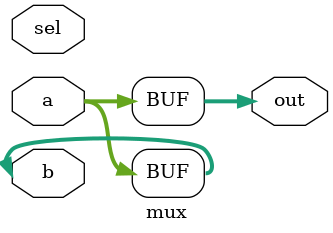
<source format=v>
module mux( 
input [4:0] a, b,
input sel,
output [4:0] out );
// When sel=0, assign a to out. 
// When sel=1, assign b to out.
assign out = a;
assign out = b;
endmodule

</source>
